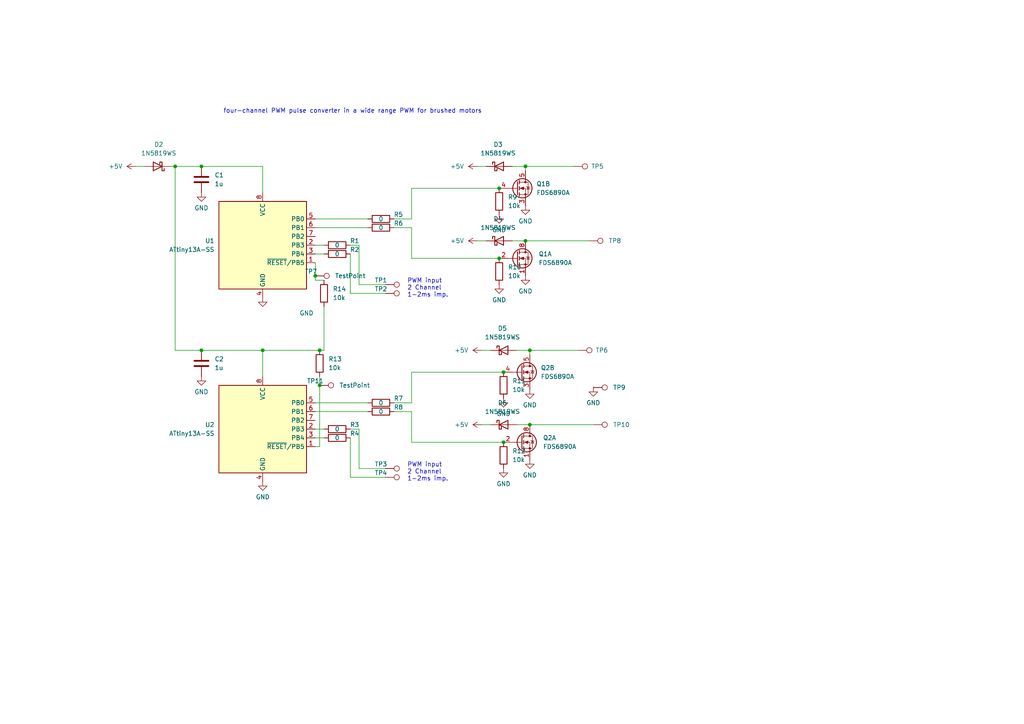
<source format=kicad_sch>
(kicad_sch (version 20230121) (generator eeschema)
  (paper "A4")
  (lib_symbols
    (symbol "Connector:TestPoint" (pin_numbers hide) (pin_names (offset 0.762) hide)
      (property "Reference" "TP" (at 0 6.858 0))
      (property "Value" "TestPoint" (at 0 5.08 0))
      (symbol "TestPoint_0_1"
        (circle (center 0 3.302) (radius 0.762))
      )
      (symbol "TestPoint_1_1"
        (pin passive line (at 0 0 90) (length 2.54) (name "1") (number "1"))
      )
    )
    (symbol "Device:C" (pin_numbers hide) (pin_names (offset 0.254))
      (property "Reference" "C" (at 0.635 2.54 0))
      (property "Value" "C" (at 0.635 -2.54 0))
      (symbol "C_0_1"
        (polyline (pts (xy -2.032 -0.762) (xy 2.032 -0.762)) (stroke (width 0.508)))
        (polyline (pts (xy -2.032 0.762) (xy 2.032 0.762)) (stroke (width 0.508)))
      )
      (symbol "C_1_1"
        (pin passive line (at 0 3.81 270) (length 2.794) (name "~") (number "1"))
        (pin passive line (at 0 -3.81 90) (length 2.794) (name "~") (number "2"))
      )
    )
    (symbol "Device:R" (pin_numbers hide) (pin_names (offset 0))
      (property "Reference" "R" (at 2.032 0 90))
      (property "Value" "R" (at 0 0 90))
      (symbol "R_0_1"
        (rectangle (start -1.016 -2.54) (end 1.016 2.54) (stroke (width 0.254)))
      )
      (symbol "R_1_1"
        (pin passive line (at 0 3.81 270) (length 1.27) (name "~") (number "1"))
        (pin passive line (at 0 -3.81 90) (length 1.27) (name "~") (number "2"))
      )
    )
    (symbol "Diode:1N5819WS" (pin_numbers hide) (pin_names (offset 1.016) hide)
      (property "Reference" "D" (at 0 2.54 0))
      (property "Value" "1N5819WS" (at 0 -2.54 0))
      (symbol "1N5819WS_0_1"
        (polyline (pts (xy 1.27 0) (xy -1.27 0)))
        (polyline (pts (xy 1.27 1.27) (xy 1.27 -1.27) (xy -1.27 0) (xy 1.27 1.27)) (stroke (width 0.254)))
        (polyline (pts (xy -1.905 0.635) (xy -1.905 1.27) (xy -1.27 1.27) (xy -1.27 -1.27) (xy -0.635 -1.27) (xy -0.635 -0.635)) (stroke (width 0.254)))
      )
      (symbol "1N5819WS_1_1"
        (pin passive line (at -3.81 0 0) (length 2.54) (name "K") (number "1"))
        (pin passive line (at 3.81 0 180) (length 2.54) (name "A") (number "2"))
      )
    )
    (symbol "MCU_Microchip_ATtiny:ATtiny13A-SS"
      (property "Reference" "U" (at -12.7 13.97 0))
      (property "Value" "ATtiny13A-SS" (at 2.54 -13.97 0))
      (symbol "ATtiny13A-SS_0_1"
        (rectangle (start -12.7 -12.7) (end 12.7 12.7) (stroke (width 0.254)) (fill (type background)))
      )
      (symbol "ATtiny13A-SS_1_1"
        (pin bidirectional line (at 15.24 -5.08 180) (length 2.54) (name "~{RESET}/PB5") (number "1"))
        (pin bidirectional line (at 15.24 0 180) (length 2.54) (name "PB3") (number "2"))
        (pin bidirectional line (at 15.24 -2.54 180) (length 2.54) (name "PB4") (number "3"))
        (pin power_in line (at 0 -15.24 90) (length 2.54) (name "GND") (number "4"))
        (pin bidirectional line (at 15.24 7.62 180) (length 2.54) (name "PB0") (number "5"))
        (pin bidirectional line (at 15.24 5.08 180) (length 2.54) (name "PB1") (number "6"))
        (pin bidirectional line (at 15.24 2.54 180) (length 2.54) (name "PB2") (number "7"))
        (pin power_in line (at 0 15.24 270) (length 2.54) (name "VCC") (number "8"))
      )
    )
    (symbol "Transistor_FET:FDS6890A" (pin_names hide)
      (property "Reference" "Q" (at 5.08 1.905 0))
      (property "Value" "FDS6890A" (at 5.08 0 0))
      (symbol "FDS6890A_0_1"
        (polyline (pts (xy 0.254 0) (xy -2.54 0)))
        (polyline (pts (xy 0.254 1.905) (xy 0.254 -1.905)) (stroke (width 0.254)))
        (polyline (pts (xy 0.762 -1.27) (xy 0.762 -2.286)) (stroke (width 0.254)))
        (polyline (pts (xy 0.762 0.508) (xy 0.762 -0.508)) (stroke (width 0.254)))
        (polyline (pts (xy 0.762 2.286) (xy 0.762 1.27)) (stroke (width 0.254)))
        (polyline (pts (xy 2.54 2.54) (xy 2.54 1.778)))
        (polyline (pts (xy 2.54 -2.54) (xy 2.54 0) (xy 0.762 0)))
        (polyline (pts (xy 0.762 -1.778) (xy 3.302 -1.778) (xy 3.302 1.778) (xy 0.762 1.778)))
        (polyline (pts (xy 1.016 0) (xy 2.032 0.381) (xy 2.032 -0.381) (xy 1.016 0)) (fill (type outline)))
        (polyline (pts (xy 2.794 0.508) (xy 2.921 0.381) (xy 3.683 0.381) (xy 3.81 0.254)))
        (polyline (pts (xy 3.302 0.381) (xy 2.921 -0.254) (xy 3.683 -0.254) (xy 3.302 0.381)))
        (circle (center 1.651 0) (radius 2.794) (stroke (width 0.254)))
        (circle (center 2.54 -1.778) (radius 0.254) (fill (type outline)))
        (circle (center 2.54 1.778) (radius 0.254) (fill (type outline)))
      )
      (symbol "FDS6890A_1_1"
        (pin passive line (at 2.54 -5.08 90) (length 2.54) (name "S1") (number "1"))
        (pin passive line (at -5.08 0 0) (length 2.54) (name "G1") (number "2"))
        (pin passive line (at 2.54 5.08 270) (length 2.54) hide (name "D1") (number "7"))
        (pin passive line (at 2.54 5.08 270) (length 2.54) (name "D1") (number "8"))
      )
      (symbol "FDS6890A_2_1"
        (pin passive line (at 2.54 -5.08 90) (length 2.54) (name "S2") (number "3"))
        (pin passive line (at -5.08 0 0) (length 2.54) (name "G2") (number "4"))
        (pin passive line (at 2.54 5.08 270) (length 2.54) (name "D2") (number "5"))
        (pin passive line (at 2.54 5.08 270) (length 2.54) hide (name "D2") (number "6"))
      )
    )
    (symbol "power:+5V" (power) (pin_names (offset 0))
      (property "Value" "+5V" (at 0 3.556 0))
      (symbol "+5V_0_1"
        (polyline (pts (xy -0.762 1.27) (xy 0 2.54)))
        (polyline (pts (xy 0 0) (xy 0 2.54)))
        (polyline (pts (xy 0 2.54) (xy 0.762 1.27)))
      )
      (symbol "+5V_1_1"
        (pin power_in line (at 0 0 90) (length 0) hide (name "+5V") (number "1"))
      )
    )
    (symbol "power:GND" (power) (pin_names (offset 0))
      (property "Value" "GND" (at 0 -3.81 0))
      (symbol "GND_0_1"
        (polyline (pts (xy 0 0) (xy 0 -1.27) (xy 1.27 -1.27) (xy 0 -2.54) (xy -1.27 -1.27) (xy 0 -1.27)))
      )
      (symbol "GND_1_1"
        (pin power_in line (at 0 0 270) (length 0) hide (name "GND") (number "1"))
      )
    )
  )
  (junction (at 58.42 101.6))
  (junction (at 152.4 48.26))
  (junction (at 146.05 128.27))
  (junction (at 91.44 80.01))
  (junction (at 153.67 123.19))
  (junction (at 92.71 111.76))
  (junction (at 153.67 101.6))
  (junction (at 58.42 48.26))
  (junction (at 152.4 69.85))
  (junction (at 146.05 107.95))
  (junction (at 50.8 48.26))
  (junction (at 144.78 74.93))
  (junction (at 92.71 101.6))
  (junction (at 144.78 54.61))
  (junction (at 76.2 101.6))
  (wire (pts (xy 119.38 54.61) (xy 144.78 54.61)))
  (wire (pts (xy 91.44 71.12) (xy 93.98 71.12)))
  (wire (pts (xy 101.6 127) (xy 101.6 138.43)))
  (wire (pts (xy 152.4 48.26) (xy 152.4 49.53)))
  (wire (pts (xy 91.44 73.66) (xy 93.98 73.66)))
  (wire (pts (xy 140.97 48.26) (xy 138.43 48.26)))
  (wire (pts (xy 76.2 48.26) (xy 76.2 55.88)))
  (wire (pts (xy 91.44 80.01) (xy 91.44 81.28)))
  (wire (pts (xy 92.71 129.54) (xy 92.71 111.76)))
  (wire (pts (xy 153.67 101.6) (xy 153.67 102.87)))
  (wire (pts (xy 104.14 71.12) (xy 104.14 82.55)))
  (wire (pts (xy 50.8 48.26) (xy 50.8 101.6)))
  (wire (pts (xy 91.44 129.54) (xy 92.71 129.54)))
  (wire (pts (xy 39.37 48.26) (xy 41.91 48.26)))
  (wire (pts (xy 166.37 48.26) (xy 152.4 48.26)))
  (wire (pts (xy 148.59 48.26) (xy 152.4 48.26)))
  (wire (pts (xy 142.24 123.19) (xy 139.7 123.19)))
  (wire (pts (xy 114.3 116.84) (xy 119.38 116.84)))
  (wire (pts (xy 153.67 123.19) (xy 172.085 123.19)))
  (wire (pts (xy 148.59 69.85) (xy 152.4 69.85)))
  (wire (pts (xy 119.38 66.04) (xy 119.38 74.93)))
  (wire (pts (xy 119.38 74.93) (xy 144.78 74.93)))
  (wire (pts (xy 58.42 48.26) (xy 76.2 48.26)))
  (wire (pts (xy 152.4 69.85) (xy 170.815 69.85)))
  (wire (pts (xy 114.3 66.04) (xy 119.38 66.04)))
  (wire (pts (xy 104.14 82.55) (xy 111.76 82.55)))
  (wire (pts (xy 92.71 111.76) (xy 92.71 109.22)))
  (wire (pts (xy 92.71 101.6) (xy 76.2 101.6)))
  (wire (pts (xy 114.3 119.38) (xy 119.38 119.38)))
  (wire (pts (xy 49.53 48.26) (xy 50.8 48.26)))
  (wire (pts (xy 119.38 116.84) (xy 119.38 107.95)))
  (wire (pts (xy 91.44 66.04) (xy 106.68 66.04)))
  (wire (pts (xy 91.44 124.46) (xy 93.98 124.46)))
  (wire (pts (xy 104.14 124.46) (xy 104.14 135.89)))
  (wire (pts (xy 149.86 101.6) (xy 153.67 101.6)))
  (wire (pts (xy 91.44 81.28) (xy 93.98 81.28)))
  (wire (pts (xy 101.6 71.12) (xy 104.14 71.12)))
  (wire (pts (xy 167.64 101.6) (xy 153.67 101.6)))
  (wire (pts (xy 91.44 63.5) (xy 106.68 63.5)))
  (wire (pts (xy 142.24 101.6) (xy 139.7 101.6)))
  (wire (pts (xy 50.8 48.26) (xy 58.42 48.26)))
  (wire (pts (xy 91.44 76.2) (xy 91.44 80.01)))
  (wire (pts (xy 93.98 88.9) (xy 93.98 101.6)))
  (wire (pts (xy 50.8 101.6) (xy 58.42 101.6)))
  (wire (pts (xy 92.71 101.6) (xy 93.98 101.6)))
  (wire (pts (xy 119.38 119.38) (xy 119.38 128.27)))
  (wire (pts (xy 104.14 135.89) (xy 111.76 135.89)))
  (wire (pts (xy 140.97 69.85) (xy 138.43 69.85)))
  (wire (pts (xy 101.6 124.46) (xy 104.14 124.46)))
  (wire (pts (xy 101.6 73.66) (xy 101.6 85.09)))
  (wire (pts (xy 119.38 107.95) (xy 146.05 107.95)))
  (wire (pts (xy 149.86 123.19) (xy 153.67 123.19)))
  (wire (pts (xy 119.38 63.5) (xy 119.38 54.61)))
  (wire (pts (xy 58.42 101.6) (xy 76.2 101.6)))
  (wire (pts (xy 119.38 128.27) (xy 146.05 128.27)))
  (wire (pts (xy 114.3 63.5) (xy 119.38 63.5)))
  (wire (pts (xy 101.6 85.09) (xy 111.76 85.09)))
  (wire (pts (xy 101.6 138.43) (xy 111.76 138.43)))
  (wire (pts (xy 91.44 127) (xy 93.98 127)))
  (wire (pts (xy 91.44 116.84) (xy 106.68 116.84)))
  (wire (pts (xy 76.2 101.6) (xy 76.2 109.22)))
  (wire (pts (xy 91.44 119.38) (xy 106.68 119.38)))
  (text "PWM input \n2 Channel\n1-2ms imp." (at 118.11 86.36 0) (effects (font (size 1.27 1.27)) (justify left bottom)))
  (text "PWM input \n2 Channel\n1-2ms imp." (at 118.11 139.7 0) (effects (font (size 1.27 1.27)) (justify left bottom)))
  (text "four-channel PWM pulse converter in a wide range PWM for brushed motors" (at 64.77 33.02 0) (effects (font (size 1.27 1.27)) (justify left bottom)))
  (symbol (lib_id "Device:R") (at 97.79 124.46 90) (unit 1)
    (property "Reference" "R3" (at 102.87 123.19 90))
    (property "Value" "0" (at 97.79 124.46 90))
    (property "Footprint" "Resistor_SMD:R_0603_1608Metric" (effects hide))
  )
  (symbol (lib_id "power:GND") (at 58.42 55.88 0) (unit 1)
    (property "Reference" "#PWR03" (effects hide))
    (property "Value" "GND" (at 58.42 60.325 0))
  )
  (symbol (lib_id "power:GND") (at 76.2 139.7 0) (unit 1)
    (property "Reference" "#PWR06" (effects hide))
    (property "Value" "GND" (at 76.2 144.145 0))
  )
  (symbol (lib_id "power:GND") (at 146.05 135.89 0) (unit 1)
    (property "Reference" "#PWR014" (effects hide))
    (property "Value" "GND" (at 146.05 140.335 0))
  )
  (symbol (lib_id "Diode:1N5819WS") (at 45.72 48.26 180) (unit 1)
    (property "Reference" "D2" (at 46.0375 41.91 0))
    (property "Value" "1N5819WS" (at 46.0375 44.45 0))
    (property "Footprint" "Diode_SMD:D_SOD-323" (effects hide))
    (property "Datasheet" "https://datasheet.lcsc.com/lcsc/2204281430_Guangdong-Hottech-1N5819WS_C191023.pdf" (effects hide))
  )
  (symbol (lib_id "Connector:TestPoint") (at 111.76 138.43 270) (mirror x) (unit 1)
    (property "Reference" "TP4" (at 110.49 137.16 90))
    (property "Value" "TestPoint" (effects hide))
    (property "Footprint" "Connector_PinHeader_2.54mm:PinHeader_1x01_P2.54mm_Vertical" (effects hide))
  )
  (symbol (lib_id "Transistor_FET:FDS6890A") (at 149.86 54.61 0) (unit 2)
    (property "Reference" "Q1" (at 155.575 53.3399 0) (effects (justify left)))
    (property "Value" "FDS6890A" (at 155.575 55.8799 0) (effects (justify left)))
    (property "Footprint" "Package_SO:SOIC-8_3.9x4.9mm_P1.27mm" (effects hide))
    (property "Datasheet" "https://www.onsemi.com/pub/Collateral/FDS6890A-D.PDF" (effects hide))
  )
  (symbol (lib_id "Device:C") (at 58.42 105.41 0) (unit 1)
    (property "Reference" "C2" (at 62.23 104.14 0) (effects (justify left)))
    (property "Value" "1u" (at 62.23 106.68 0) (effects (justify left)))
    (property "Footprint" "Capacitor_SMD:C_0603_1608Metric" (effects hide))
  )
  (symbol (lib_id "power:GND") (at 146.05 115.57 0) (unit 1)
    (property "Reference" "#PWR013" (effects hide))
    (property "Value" "GND" (at 146.05 120.015 0))
  )
  (symbol (lib_id "Device:R") (at 110.49 116.84 90) (unit 1)
    (property "Reference" "R7" (at 115.57 115.57 90))
    (property "Value" "0" (at 110.49 116.84 90))
    (property "Footprint" "Resistor_SMD:R_0603_1608Metric" (effects hide))
  )
  (symbol (lib_id "Device:R") (at 110.49 66.04 90) (unit 1)
    (property "Reference" "R6" (at 115.57 64.77 90))
    (property "Value" "0" (at 110.49 66.04 90))
    (property "Footprint" "Resistor_SMD:R_0603_1608Metric" (effects hide))
  )
  (symbol (lib_id "Diode:1N5819WS") (at 146.05 101.6 0) (unit 1)
    (property "Reference" "D5" (at 145.7325 95.25 0))
    (property "Value" "1N5819WS" (at 145.7325 97.79 0))
    (property "Footprint" "Diode_SMD:D_SOD-323" (effects hide))
    (property "Datasheet" "https://datasheet.lcsc.com/lcsc/2204281430_Guangdong-Hottech-1N5819WS_C191023.pdf" (effects hide))
  )
  (symbol (lib_id "Device:R") (at 97.79 71.12 90) (unit 1)
    (property "Reference" "R1" (at 102.87 69.85 90))
    (property "Value" "0" (at 97.79 71.12 90))
    (property "Footprint" "Resistor_SMD:R_0603_1608Metric" (effects hide))
  )
  (symbol (lib_id "power:+5V") (at 138.43 69.85 90) (unit 1)
    (property "Reference" "#PWR08" (effects hide))
    (property "Value" "+5V" (at 134.62 69.85 90) (effects (justify left)))
  )
  (symbol (lib_id "Connector:TestPoint") (at 111.76 82.55 270) (unit 1)
    (property "Reference" "TP1" (at 110.49 81.28 90))
    (property "Value" "TestPoint" (effects hide))
    (property "Footprint" "Connector_PinHeader_2.54mm:PinHeader_1x01_P2.54mm_Vertical" (effects hide))
  )
  (symbol (lib_id "power:GND") (at 58.42 109.22 0) (unit 1)
    (property "Reference" "#PWR04" (effects hide))
    (property "Value" "GND" (at 58.42 113.665 0))
  )
  (symbol (lib_id "Device:R") (at 146.05 132.08 0) (unit 1)
    (property "Reference" "R12" (at 148.59 130.8099 0) (effects (justify left)))
    (property "Value" "10k" (at 148.59 133.3499 0) (effects (justify left)))
    (property "Footprint" "Resistor_SMD:R_0603_1608Metric" (effects hide))
  )
  (symbol (lib_id "MCU_Microchip_ATtiny:ATtiny13A-SS") (at 76.2 71.12 0) (unit 1)
    (property "Reference" "U1" (at 62.23 69.85 0) (effects (justify right)))
    (property "Value" "ATtiny13A-SS" (at 62.23 72.39 0) (effects (justify right)))
    (property "Footprint" "Package_SO:SOIC-8_3.9x4.9mm_P1.27mm" (effects hide))
    (property "Datasheet" "http://ww1.microchip.com/downloads/en/DeviceDoc/doc8126.pdf" (effects hide))
  )
  (symbol (lib_id "power:GND") (at 152.4 59.69 0) (unit 1)
    (property "Reference" "#PWR015" (effects hide))
    (property "Value" "GND" (at 152.4 64.135 0))
  )
  (symbol (lib_id "power:GND") (at 172.085 112.395 0) (unit 1)
    (property "Reference" "#PWR020" (effects hide))
    (property "Value" "GND" (at 172.085 116.84 0))
  )
  (symbol (lib_id "Connector:TestPoint") (at 111.76 85.09 270) (mirror x) (unit 1)
    (property "Reference" "TP2" (at 110.49 83.82 90))
    (property "Value" "TestPoint" (effects hide))
    (property "Footprint" "Connector_PinHeader_2.54mm:PinHeader_1x01_P2.54mm_Vertical" (effects hide))
  )
  (symbol (lib_id "Device:R") (at 93.98 85.09 0) (unit 1)
    (property "Reference" "R14" (at 96.52 83.8199 0) (effects (justify left)))
    (property "Value" "10k" (at 96.52 86.3599 0) (effects (justify left)))
    (property "Footprint" "Resistor_SMD:R_0603_1608Metric" (effects hide))
  )
  (symbol (lib_id "Connector:TestPoint") (at 91.44 80.01 270) (mirror x) (unit 1)
    (property "Reference" "TP7" (at 90.17 78.74 90))
    (property "Value" "TestPoint" (at 101.6 80.01 90))
    (property "Footprint" "Connector_PinHeader_2.54mm:PinHeader_1x01_P2.54mm_Vertical" (effects hide))
  )
  (symbol (lib_id "Diode:1N5819WS") (at 146.05 123.19 0) (unit 1)
    (property "Reference" "D6" (at 145.7325 116.84 0))
    (property "Value" "1N5819WS" (at 145.7325 119.38 0))
    (property "Footprint" "Diode_SMD:D_SOD-323" (effects hide))
    (property "Datasheet" "https://datasheet.lcsc.com/lcsc/2204281430_Guangdong-Hottech-1N5819WS_C191023.pdf" (effects hide))
  )
  (symbol (lib_id "power:GND") (at 144.78 62.23 0) (unit 1)
    (property "Reference" "#PWR011" (effects hide))
    (property "Value" "GND" (at 144.78 66.675 0))
  )
  (symbol (lib_id "Device:R") (at 146.05 111.76 0) (unit 1)
    (property "Reference" "R11" (at 148.59 110.4899 0) (effects (justify left)))
    (property "Value" "10k" (at 148.59 113.0299 0) (effects (justify left)))
    (property "Footprint" "Resistor_SMD:R_0603_1608Metric" (effects hide))
  )
  (symbol (lib_id "power:+5V") (at 39.37 48.26 90) (unit 1)
    (property "Reference" "#PWR02" (effects hide))
    (property "Value" "+5V" (at 35.56 48.26 90) (effects (justify left)))
  )
  (symbol (lib_id "Transistor_FET:FDS6890A") (at 151.13 128.27 0) (unit 1)
    (property "Reference" "Q2" (at 157.48 126.9999 0) (effects (justify left)))
    (property "Value" "FDS6890A" (at 157.48 129.5399 0) (effects (justify left)))
    (property "Footprint" "Package_SO:SOIC-8_3.9x4.9mm_P1.27mm" (effects hide))
    (property "Datasheet" "https://www.onsemi.com/pub/Collateral/FDS6890A-D.PDF" (effects hide))
  )
  (symbol (lib_id "Device:R") (at 110.49 63.5 90) (unit 1)
    (property "Reference" "R5" (at 115.57 62.23 90))
    (property "Value" "0" (at 110.49 63.5 90))
    (property "Footprint" "Resistor_SMD:R_0603_1608Metric" (effects hide))
  )
  (symbol (lib_id "power:+5V") (at 139.7 101.6 90) (unit 1)
    (property "Reference" "#PWR09" (effects hide))
    (property "Value" "+5V" (at 135.89 101.6 90) (effects (justify left)))
  )
  (symbol (lib_id "power:GND") (at 152.4 80.01 0) (unit 1)
    (property "Reference" "#PWR016" (effects hide))
    (property "Value" "GND" (at 152.4 84.455 0))
  )
  (symbol (lib_id "Connector:TestPoint") (at 166.37 48.26 270) (unit 1)
    (property "Reference" "TP5" (at 171.45 48.26 90) (effects (justify left)))
    (property "Value" "TestPoint" (effects hide))
    (property "Footprint" "Connector_PinHeader_2.54mm:PinHeader_1x01_P2.54mm_Vertical" (effects hide))
  )
  (symbol (lib_id "Transistor_FET:FDS6890A") (at 151.13 107.95 0) (unit 2)
    (property "Reference" "Q2" (at 156.845 106.6799 0) (effects (justify left)))
    (property "Value" "FDS6890A" (at 156.845 109.2199 0) (effects (justify left)))
    (property "Footprint" "Package_SO:SOIC-8_3.9x4.9mm_P1.27mm" (effects hide))
    (property "Datasheet" "https://www.onsemi.com/pub/Collateral/FDS6890A-D.PDF" (effects hide))
  )
  (symbol (lib_id "MCU_Microchip_ATtiny:ATtiny13A-SS") (at 76.2 124.46 0) (unit 1)
    (property "Reference" "U2" (at 62.23 123.19 0) (effects (justify right)))
    (property "Value" "ATtiny13A-SS" (at 62.23 125.73 0) (effects (justify right)))
    (property "Footprint" "Package_SO:SOIC-8_3.9x4.9mm_P1.27mm" (effects hide))
    (property "Datasheet" "http://ww1.microchip.com/downloads/en/DeviceDoc/doc8126.pdf" (effects hide))
  )
  (symbol (lib_id "Connector:TestPoint") (at 170.815 69.85 270) (unit 1)
    (property "Reference" "TP8" (at 176.53 69.85 90) (effects (justify left)))
    (property "Value" "TestPoint" (effects hide))
    (property "Footprint" "Connector_PinHeader_2.54mm:PinHeader_1x01_P2.54mm_Vertical" (effects hide))
  )
  (symbol (lib_id "Transistor_FET:FDS6890A") (at 149.86 74.93 0) (unit 1)
    (property "Reference" "Q1" (at 156.21 73.6599 0) (effects (justify left)))
    (property "Value" "FDS6890A" (at 156.21 76.1999 0) (effects (justify left)))
    (property "Footprint" "Package_SO:SOIC-8_3.9x4.9mm_P1.27mm" (effects hide))
    (property "Datasheet" "https://www.onsemi.com/pub/Collateral/FDS6890A-D.PDF" (effects hide))
  )
  (symbol (lib_id "Device:R") (at 110.49 119.38 90) (unit 1)
    (property "Reference" "R8" (at 115.57 118.11 90))
    (property "Value" "0" (at 110.49 119.38 90))
    (property "Footprint" "Resistor_SMD:R_0603_1608Metric" (effects hide))
  )
  (symbol (lib_id "power:+5V") (at 139.7 123.19 90) (unit 1)
    (property "Reference" "#PWR010" (effects hide))
    (property "Value" "+5V" (at 135.89 123.19 90) (effects (justify left)))
  )
  (symbol (lib_id "power:+5V") (at 138.43 48.26 90) (unit 1)
    (property "Reference" "#PWR07" (effects hide))
    (property "Value" "+5V" (at 134.62 48.26 90) (effects (justify left)))
  )
  (symbol (lib_id "Connector:TestPoint") (at 111.76 135.89 270) (mirror x) (unit 1)
    (property "Reference" "TP3" (at 110.49 134.62 90))
    (property "Value" "TestPoint" (effects hide))
    (property "Footprint" "Connector_PinHeader_2.54mm:PinHeader_1x01_P2.54mm_Vertical" (effects hide))
  )
  (symbol (lib_id "Device:C") (at 58.42 52.07 0) (unit 1)
    (property "Reference" "C1" (at 62.23 50.8 0) (effects (justify left)))
    (property "Value" "1u" (at 62.23 53.34 0) (effects (justify left)))
    (property "Footprint" "Capacitor_SMD:C_0603_1608Metric" (effects hide))
  )
  (symbol (lib_id "Device:R") (at 144.78 58.42 0) (unit 1)
    (property "Reference" "R9" (at 147.32 57.1499 0) (effects (justify left)))
    (property "Value" "10k" (at 147.32 59.6899 0) (effects (justify left)))
    (property "Footprint" "Resistor_SMD:R_0603_1608Metric" (effects hide))
  )
  (symbol (lib_id "Diode:1N5819WS") (at 144.78 48.26 0) (unit 1)
    (property "Reference" "D3" (at 144.4625 41.91 0))
    (property "Value" "1N5819WS" (at 144.4625 44.45 0))
    (property "Footprint" "Diode_SMD:D_SOD-323" (effects hide))
    (property "Datasheet" "https://datasheet.lcsc.com/lcsc/2204281430_Guangdong-Hottech-1N5819WS_C191023.pdf" (effects hide))
  )
  (symbol (lib_id "Connector:TestPoint") (at 167.64 101.6 270) (unit 1)
    (property "Reference" "TP6" (at 172.72 101.6 90) (effects (justify left)))
    (property "Value" "TestPoint" (effects hide))
    (property "Footprint" "Connector_PinHeader_2.54mm:PinHeader_1x01_P2.54mm_Vertical" (effects hide))
  )
  (symbol (lib_id "power:GND") (at 144.78 82.55 0) (unit 1)
    (property "Reference" "#PWR012" (effects hide))
    (property "Value" "GND" (at 144.78 86.995 0))
  )
  (symbol (lib_id "Connector:TestPoint") (at 172.085 112.395 270) (unit 1)
    (property "Reference" "TP9" (at 177.8 112.395 90) (effects (justify left)))
    (property "Value" "TestPoint" (effects hide))
    (property "Footprint" "Connector_PinHeader_2.54mm:PinHeader_1x01_P2.54mm_Vertical" (effects hide))
  )
  (symbol (lib_id "Connector:TestPoint") (at 92.71 111.76 270) (mirror x) (unit 1)
    (property "Reference" "TP11" (at 91.44 110.49 90))
    (property "Value" "TestPoint" (at 102.87 111.76 90))
    (property "Footprint" "Connector_PinHeader_2.54mm:PinHeader_1x01_P2.54mm_Vertical" (effects hide))
  )
  (symbol (lib_id "Device:R") (at 97.79 73.66 90) (unit 1)
    (property "Reference" "R2" (at 102.87 72.39 90))
    (property "Value" "0" (at 97.79 73.66 90))
    (property "Footprint" "Resistor_SMD:R_0603_1608Metric" (effects hide))
  )
  (symbol (lib_id "Device:R") (at 97.79 127 90) (unit 1)
    (property "Reference" "R4" (at 102.87 125.73 90))
    (property "Value" "0" (at 97.79 127 90))
    (property "Footprint" "Resistor_SMD:R_0603_1608Metric" (effects hide))
  )
  (symbol (lib_id "Device:R") (at 92.71 105.41 0) (unit 1)
    (property "Reference" "R13" (at 95.25 104.1399 0) (effects (justify left)))
    (property "Value" "10k" (at 95.25 106.6799 0) (effects (justify left)))
    (property "Footprint" "Resistor_SMD:R_0603_1608Metric" (effects hide))
  )
  (symbol (lib_id "power:GND") (at 153.67 113.03 0) (unit 1)
    (property "Reference" "#PWR017" (effects hide))
    (property "Value" "GND" (at 153.67 117.475 0))
  )
  (symbol (lib_id "Connector:TestPoint") (at 172.085 123.19 270) (unit 1)
    (property "Reference" "TP10" (at 177.8 123.19 90) (effects (justify left)))
    (property "Value" "TestPoint" (effects hide))
    (property "Footprint" "Connector_PinHeader_2.54mm:PinHeader_1x01_P2.54mm_Vertical" (effects hide))
  )
  (symbol (lib_id "Device:R") (at 144.78 78.74 0) (unit 1)
    (property "Reference" "R10" (at 147.32 77.4699 0) (effects (justify left)))
    (property "Value" "10k" (at 147.32 80.0099 0) (effects (justify left)))
    (property "Footprint" "Resistor_SMD:R_0603_1608Metric" (effects hide))
  )
  (symbol (lib_id "Diode:1N5819WS") (at 144.78 69.85 0) (unit 1)
    (property "Reference" "D4" (at 144.4625 63.5 0))
    (property "Value" "1N5819WS" (at 144.4625 66.04 0))
    (property "Footprint" "Diode_SMD:D_SOD-323" (effects hide))
    (property "Datasheet" "https://datasheet.lcsc.com/lcsc/2204281430_Guangdong-Hottech-1N5819WS_C191023.pdf" (effects hide))
  )
  (symbol (lib_id "power:GND") (at 76.2 86.36 0) (unit 1)
    (property "Reference" "#PWR05" (effects hide))
    (property "Value" "GND" (at 88.9 90.805 0))
  )
  (symbol (lib_id "power:GND") (at 153.67 133.35 0) (unit 1)
    (property "Reference" "#PWR018" (effects hide))
    (property "Value" "GND" (at 153.67 137.795 0))
  )
)
</source>
